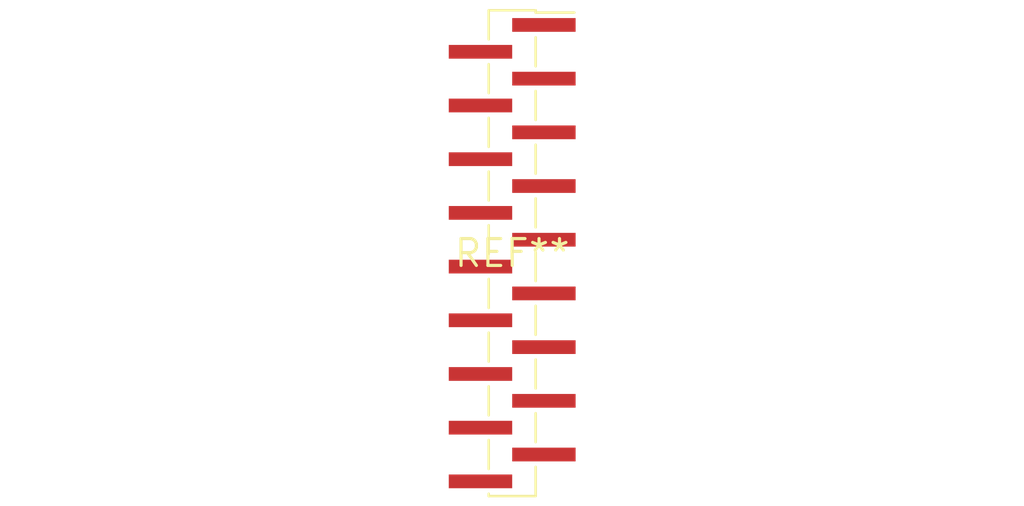
<source format=kicad_pcb>
(kicad_pcb (version 20240108) (generator pcbnew)
  (layers (0 "F.Cu" signal) (31 "B.Cu" signal) (34 "B.Paste" user) (35 "F.Paste" user) (36 "B.SilkS" user "B.Silkscreen") (37 "F.SilkS" user "F.Silkscreen") (38 "B.Mask" user) (39 "F.Mask" user) (44 "Edge.Cuts" user))
  (net 0 "")
  (footprint "PinHeader_1x18_P1.27mm_Vertical_SMD_Pin1Right" (layer "F.Cu") (at 0 0)
    (property "Reference" "REF**")
    (property "Value" "PinHeader_1x18_P1.27mm_Vertical_SMD_Pin1Right")
    (fp_line (start -1.11 -11.49) (end 1.11 -11.49) (layer "F.SilkS") (stroke (width 0.12)))
    (fp_line (start -1.11 -11.48) (end -1.11 -10.11) (layer "F.SilkS") (stroke (width 0.12)))
    (fp_line (start -1.11 -8.94) (end -1.11 -7.57) (layer "F.SilkS") (stroke (width 0.12)))
    (fp_line (start -1.11 -6.4) (end -1.11 -5.03) (layer "F.SilkS") (stroke (width 0.12)))
    (fp_line (start -1.11 -3.86) (end -1.11 -2.49) (layer "F.SilkS") (stroke (width 0.12)))
    (fp_line (start -1.11 -1.32) (end -1.11 0.05) (layer "F.SilkS") (stroke (width 0.12)))
    (fp_line (start -1.11 1.22) (end -1.11 2.59) (layer "F.SilkS") (stroke (width 0.12)))
    (fp_line (start -1.11 3.76) (end -1.11 5.13) (layer "F.SilkS") (stroke (width 0.12)))
    (fp_line (start -1.11 6.3) (end -1.11 7.67) (layer "F.SilkS") (stroke (width 0.12)))
    (fp_line (start -1.11 8.84) (end -1.11 10.21) (layer "F.SilkS") (stroke (width 0.12)))
    (fp_line (start -1.11 11.38) (end -1.11 11.49) (layer "F.SilkS") (stroke (width 0.12)))
    (fp_line (start -1.11 11.49) (end 1.11 11.49) (layer "F.SilkS") (stroke (width 0.12)))
    (fp_line (start 1.11 -11.49) (end 1.11 -11.38) (layer "F.SilkS") (stroke (width 0.12)))
    (fp_line (start 1.11 -11.38) (end 2.94 -11.38) (layer "F.SilkS") (stroke (width 0.12)))
    (fp_line (start 1.11 -10.21) (end 1.11 -8.84) (layer "F.SilkS") (stroke (width 0.12)))
    (fp_line (start 1.11 -7.67) (end 1.11 -6.3) (layer "F.SilkS") (stroke (width 0.12)))
    (fp_line (start 1.11 -5.13) (end 1.11 -3.76) (layer "F.SilkS") (stroke (width 0.12)))
    (fp_line (start 1.11 -2.59) (end 1.11 -1.22) (layer "F.SilkS") (stroke (width 0.12)))
    (fp_line (start 1.11 -0.05) (end 1.11 1.32) (layer "F.SilkS") (stroke (width 0.12)))
    (fp_line (start 1.11 2.49) (end 1.11 3.86) (layer "F.SilkS") (stroke (width 0.12)))
    (fp_line (start 1.11 5.03) (end 1.11 6.4) (layer "F.SilkS") (stroke (width 0.12)))
    (fp_line (start 1.11 7.57) (end 1.11 8.94) (layer "F.SilkS") (stroke (width 0.12)))
    (fp_line (start 1.11 10.11) (end 1.11 11.48) (layer "F.SilkS") (stroke (width 0.12)))
    (pad "1" smd rect (at 1.5 -10.795) (size 3 0.65) (layers "F.Cu" "F.Paste" "F.Mask"))
    (pad "2" smd rect (at -1.5 -9.525) (size 3 0.65) (layers "F.Cu" "F.Paste" "F.Mask"))
    (pad "3" smd rect (at 1.5 -8.255) (size 3 0.65) (layers "F.Cu" "F.Paste" "F.Mask"))
    (pad "4" smd rect (at -1.5 -6.985) (size 3 0.65) (layers "F.Cu" "F.Paste" "F.Mask"))
    (pad "5" smd rect (at 1.5 -5.715) (size 3 0.65) (layers "F.Cu" "F.Paste" "F.Mask"))
    (pad "6" smd rect (at -1.5 -4.445) (size 3 0.65) (layers "F.Cu" "F.Paste" "F.Mask"))
    (pad "7" smd rect (at 1.5 -3.175) (size 3 0.65) (layers "F.Cu" "F.Paste" "F.Mask"))
    (pad "8" smd rect (at -1.5 -1.905) (size 3 0.65) (layers "F.Cu" "F.Paste" "F.Mask"))
    (pad "9" smd rect (at 1.5 -0.635) (size 3 0.65) (layers "F.Cu" "F.Paste" "F.Mask"))
    (pad "10" smd rect (at -1.5 0.635) (size 3 0.65) (layers "F.Cu" "F.Paste" "F.Mask"))
    (pad "11" smd rect (at 1.5 1.905) (size 3 0.65) (layers "F.Cu" "F.Paste" "F.Mask"))
    (pad "12" smd rect (at -1.5 3.175) (size 3 0.65) (layers "F.Cu" "F.Paste" "F.Mask"))
    (pad "13" smd rect (at 1.5 4.445) (size 3 0.65) (layers "F.Cu" "F.Paste" "F.Mask"))
    (pad "14" smd rect (at -1.5 5.715) (size 3 0.65) (layers "F.Cu" "F.Paste" "F.Mask"))
    (pad "15" smd rect (at 1.5 6.985) (size 3 0.65) (layers "F.Cu" "F.Paste" "F.Mask"))
    (pad "16" smd rect (at -1.5 8.255) (size 3 0.65) (layers "F.Cu" "F.Paste" "F.Mask"))
    (pad "17" smd rect (at 1.5 9.525) (size 3 0.65) (layers "F.Cu" "F.Paste" "F.Mask"))
    (pad "18" smd rect (at -1.5 10.795) (size 3 0.65) (layers "F.Cu" "F.Paste" "F.Mask"))
  )
)
</source>
